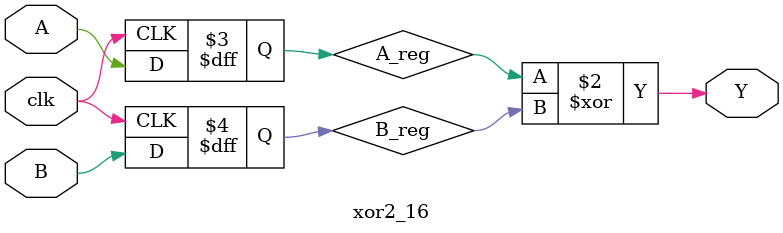
<source format=sv>
module xor2_16 (
    input wire A, B,
    input wire clk,
    output wire Y
);
    // 将寄存器从输出移到输入
    reg A_reg, B_reg;
    
    always @(posedge clk) begin
        A_reg <= A;
        B_reg <= B;
    end
    
    // 输出直接使用寄存器后的组合逻辑
    assign Y = A_reg ^ B_reg;
    
endmodule
</source>
